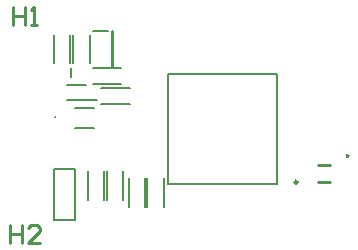
<source format=gto>
G04*
G04 #@! TF.GenerationSoftware,Altium Limited,Altium Designer,20.0.2 (26)*
G04*
G04 Layer_Color=65535*
%FSLAX25Y25*%
%MOIN*%
G70*
G01*
G75*
%ADD10C,0.00787*%
%ADD11C,0.01000*%
%ADD12C,0.00984*%
%ADD13C,0.00600*%
D10*
X1524Y40445D02*
G03*
X1524Y40445I-210J0D01*
G01*
X921Y23224D02*
X8008D01*
X921Y6138D02*
Y23224D01*
Y6138D02*
X8008D01*
Y23224D01*
X20469Y69098D02*
X20862D01*
Y57602D02*
Y69098D01*
X20469Y57602D02*
X20862D01*
X20469D02*
Y69098D01*
X13972Y69256D02*
X19091D01*
X5350Y46000D02*
X15240D01*
X5350Y51039D02*
X11886D01*
X8165Y43476D02*
X14465D01*
X8165Y36783D02*
X14465D01*
X38893Y18143D02*
X75507D01*
X38893D02*
Y54757D01*
X75507D01*
Y18143D02*
Y54757D01*
D11*
X99177Y27496D02*
G03*
X99177Y27496I-281J0D01*
G01*
X89201Y18630D02*
X93138D01*
X89201Y24535D02*
X93138D01*
X-13600Y4598D02*
Y-1400D01*
Y1599D01*
X-9601D01*
Y4598D01*
Y-1400D01*
X-3603D02*
X-7602D01*
X-3603Y2599D01*
Y3598D01*
X-4603Y4598D01*
X-6602D01*
X-7602Y3598D01*
X-12550Y77048D02*
Y71050D01*
Y74049D01*
X-8551D01*
Y77048D01*
Y71050D01*
X-6552D02*
X-4553D01*
X-5552D01*
Y77048D01*
X-6552Y76048D01*
D12*
X82200Y18733D02*
G03*
X82200Y18733I-492J0D01*
G01*
D13*
X26008Y10512D02*
Y19961D01*
X31520Y10512D02*
Y19961D01*
X32217Y10512D02*
Y19961D01*
X37728Y10512D02*
Y19961D01*
X12370Y12854D02*
Y22303D01*
X17882Y12854D02*
Y22303D01*
X18657Y12854D02*
Y22303D01*
X24169Y12854D02*
Y22303D01*
X13890Y51338D02*
X23339D01*
X13890Y56850D02*
X23339D01*
X986Y58378D02*
Y67827D01*
X6498Y58378D02*
Y67827D01*
X6800Y53642D02*
Y56791D01*
X16811Y50268D02*
X26260D01*
X16811Y44756D02*
X26260D01*
X12898Y58378D02*
Y67827D01*
X7386Y58378D02*
Y67827D01*
M02*

</source>
